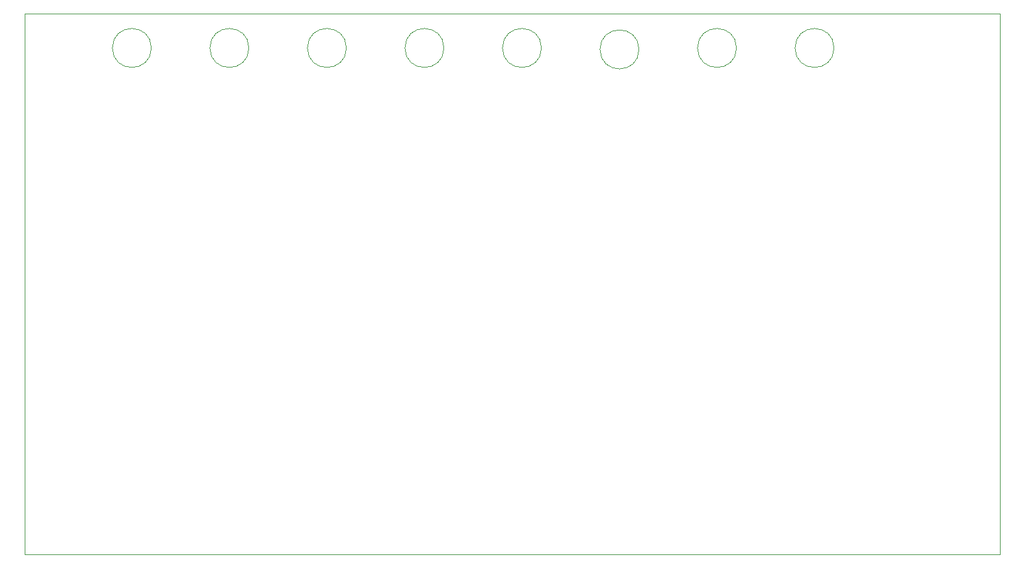
<source format=gbr>
G04 #@! TF.GenerationSoftware,KiCad,Pcbnew,5.1.8+dfsg1-1+b1*
G04 #@! TF.CreationDate,2021-07-07T17:01:25-05:00*
G04 #@! TF.ProjectId,front-panel,66726f6e-742d-4706-916e-656c2e6b6963,B*
G04 #@! TF.SameCoordinates,Original*
G04 #@! TF.FileFunction,Profile,NP*
%FSLAX46Y46*%
G04 Gerber Fmt 4.6, Leading zero omitted, Abs format (unit mm)*
G04 Created by KiCad (PCBNEW 5.1.8+dfsg1-1+b1) date 2021-07-07 17:01:25*
%MOMM*%
%LPD*%
G01*
G04 APERTURE LIST*
G04 #@! TA.AperFunction,Profile*
%ADD10C,0.050000*%
G04 #@! TD*
G04 APERTURE END LIST*
D10*
X177800000Y-60325000D02*
X177800000Y-130810000D01*
X50800000Y-60325000D02*
X50800000Y-130810000D01*
X50800000Y-130810000D02*
X177800000Y-130810000D01*
X92710000Y-64770000D02*
G75*
G03*
X92710000Y-64770000I-2540000J0D01*
G01*
X156210000Y-64770000D02*
G75*
G03*
X156210000Y-64770000I-2540000J0D01*
G01*
X143510000Y-64770000D02*
G75*
G03*
X143510000Y-64770000I-2540000J0D01*
G01*
X130810000Y-64960500D02*
G75*
G03*
X130810000Y-64960500I-2540000J0D01*
G01*
X118110000Y-64770000D02*
G75*
G03*
X118110000Y-64770000I-2540000J0D01*
G01*
X105410000Y-64770000D02*
G75*
G03*
X105410000Y-64770000I-2540000J0D01*
G01*
X80010000Y-64770000D02*
G75*
G03*
X80010000Y-64770000I-2540000J0D01*
G01*
X67310000Y-64770000D02*
G75*
G03*
X67310000Y-64770000I-2540000J0D01*
G01*
X177800000Y-60325000D02*
X50800000Y-60325000D01*
M02*

</source>
